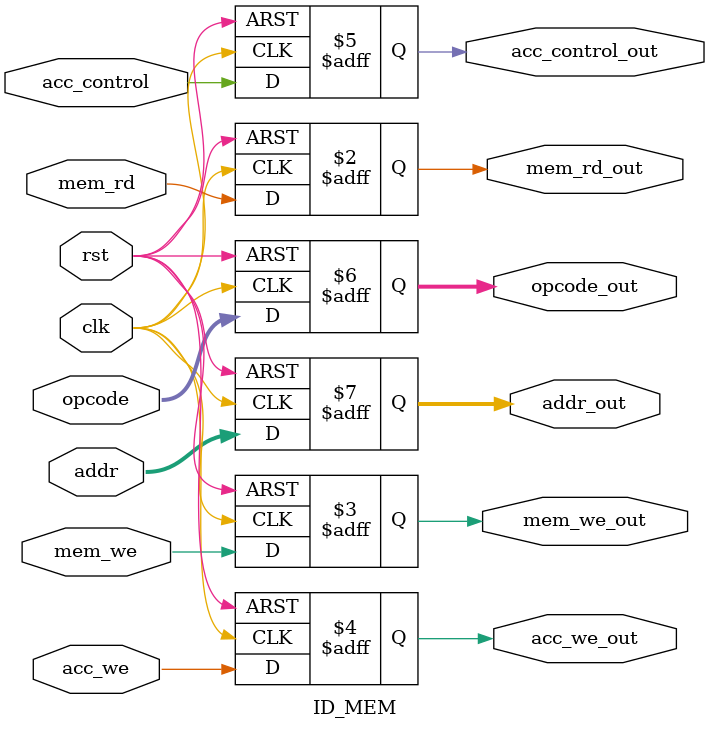
<source format=sv>
module ID_MEM(
    input logic clk,
    input logic rst,
    input logic [2:0] opcode,
    input logic mem_rd, mem_we, acc_we, acc_control,
    input logic [4:0] addr,
    output logic mem_rd_out, mem_we_out, acc_we_out, acc_control_out,
    output logic [2:0] opcode_out,
    output logic [4:0] addr_out
);
    always_ff @(posedge clk or posedge rst) begin
        if (rst) begin
            mem_rd_out <= 1'b0;
            mem_we_out <= 1'b0;
            acc_we_out <= 1'b0;
            acc_control_out <= 1'b0;
            opcode_out <= 3'b0;
            addr_out <= 5'b0;
        end else begin
            addr_out <= addr;
            opcode_out <= opcode;
            mem_rd_out <= mem_rd;
            mem_we_out <= mem_we;
            acc_we_out <= acc_we;
            acc_control_out <= acc_control;
        end
    end
endmodule
</source>
